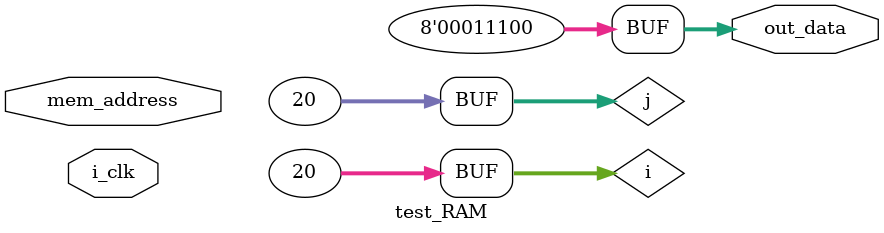
<source format=v>
module test_RAM (
    input i_clk, 
    input [8:0] mem_address,
    output reg [7:0] out_data
);
    reg [7:0] Memory [0:200]; // a Memory of BITS_SIZE bits with  WIDTH
    // Define the colors for the squares
    parameter BLACK   = 8'b00000000;
    parameter WHITE   = 8'b11111111;
    parameter RED     = 8'b11100000;
    parameter GREEN   = 8'b00011100;
    parameter BLUE    = 8'b00000011;
    parameter YELLOW  = 8'b11111100;
    parameter MAGENTA = 8'b11100011;
    parameter CYAN    = 8'b00011111;
    parameter ORANGE  = 8'b11110000;
    
    integer i, j;
    
    // Initialize memory with colors for a 20x20 RGB squares
   initial begin  
       for (i = 0; i < 20; i = i + 1) begin
           for (j = 0; j < 20; j = j + 1) begin
               case ({i, j})
                   8'b0000_0000: Memory[i*20+j] = BLACK;
                   8'b0000_0001: Memory[i*20+j] = WHITE;
                   8'b0000_0010: Memory[i*20+j] = RED;
                   8'b0000_0011: Memory[i*20+j] = GREEN;
                   8'b0000_0100: Memory[i*20+j] = BLUE;
                   8'b0000_0101: Memory[i*20+j] = YELLOW;
                   8'b0000_0110: Memory[i*20+j] = MAGENTA;
                   8'b0000_0111: Memory[i*20+j] = CYAN;
                   8'b00001000: Memory[i*20+j] = ORANGE;
                   default: Memory[i*20+j] = WHITE; // Default to black
               endcase
           end
       end
   end

//    integer idx;
//    initial begin
//        for (i=0; i<40; i=i+1) 
//            $display("result = %b", Memory[i]);
//    end
    // initial $readmemb("mario8bit.txt", Memory);
    // Sync output with clock
    // always @(posedge i_clk) begin
    //     out_data <= Memory[mem_address];
    // end

    wire bound = (mem_address < 511);
    assign out_data = GREEN;


endmodule


</source>
